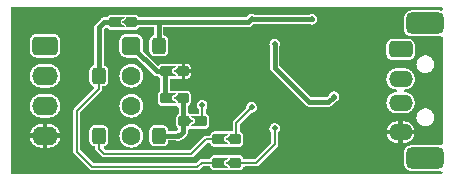
<source format=gbl>
G04*
G04 #@! TF.GenerationSoftware,Altium Limited,Altium Designer,24.1.2 (44)*
G04*
G04 Layer_Physical_Order=2*
G04 Layer_Color=11436288*
%FSLAX25Y25*%
%MOIN*%
G70*
G04*
G04 #@! TF.SameCoordinates,EE77DEAB-9AB2-494E-AFD2-A50B0434E7B8*
G04*
G04*
G04 #@! TF.FilePolarity,Positive*
G04*
G01*
G75*
%ADD11C,0.00787*%
%ADD46C,0.01575*%
%ADD47O,0.08661X0.06299*%
G04:AMPARAMS|DCode=48|XSize=62.99mil|YSize=86.61mil|CornerRadius=15.75mil|HoleSize=0mil|Usage=FLASHONLY|Rotation=270.000|XOffset=0mil|YOffset=0mil|HoleType=Round|Shape=RoundedRectangle|*
%AMROUNDEDRECTD48*
21,1,0.06299,0.05512,0,0,270.0*
21,1,0.03150,0.08661,0,0,270.0*
1,1,0.03150,-0.02756,-0.01575*
1,1,0.03150,-0.02756,0.01575*
1,1,0.03150,0.02756,0.01575*
1,1,0.03150,0.02756,-0.01575*
%
%ADD48ROUNDEDRECTD48*%
%ADD49C,0.06299*%
G04:AMPARAMS|DCode=50|XSize=62.99mil|YSize=62.99mil|CornerRadius=15.75mil|HoleSize=0mil|Usage=FLASHONLY|Rotation=0.000|XOffset=0mil|YOffset=0mil|HoleType=Round|Shape=RoundedRectangle|*
%AMROUNDEDRECTD50*
21,1,0.06299,0.03150,0,0,0.0*
21,1,0.03150,0.06299,0,0,0.0*
1,1,0.03150,0.01575,-0.01575*
1,1,0.03150,-0.01575,-0.01575*
1,1,0.03150,-0.01575,0.01575*
1,1,0.03150,0.01575,0.01575*
%
%ADD50ROUNDEDRECTD50*%
G04:AMPARAMS|DCode=51|XSize=47.24mil|YSize=55.12mil|CornerRadius=11.81mil|HoleSize=0mil|Usage=FLASHONLY|Rotation=0.000|XOffset=0mil|YOffset=0mil|HoleType=Round|Shape=RoundedRectangle|*
%AMROUNDEDRECTD51*
21,1,0.04724,0.03150,0,0,0.0*
21,1,0.02362,0.05512,0,0,0.0*
1,1,0.02362,0.01181,-0.01575*
1,1,0.02362,-0.01181,-0.01575*
1,1,0.02362,-0.01181,0.01575*
1,1,0.02362,0.01181,0.01575*
%
%ADD51ROUNDEDRECTD51*%
G04:AMPARAMS|DCode=52|XSize=70.87mil|YSize=125.98mil|CornerRadius=17.72mil|HoleSize=0mil|Usage=FLASHONLY|Rotation=270.000|XOffset=0mil|YOffset=0mil|HoleType=Round|Shape=RoundedRectangle|*
%AMROUNDEDRECTD52*
21,1,0.07087,0.09055,0,0,270.0*
21,1,0.03543,0.12598,0,0,270.0*
1,1,0.03543,-0.04528,-0.01772*
1,1,0.03543,-0.04528,0.01772*
1,1,0.03543,0.04528,0.01772*
1,1,0.03543,0.04528,-0.01772*
%
%ADD52ROUNDEDRECTD52*%
%ADD53O,0.07874X0.05512*%
G04:AMPARAMS|DCode=54|XSize=55.12mil|YSize=78.74mil|CornerRadius=13.78mil|HoleSize=0mil|Usage=FLASHONLY|Rotation=90.000|XOffset=0mil|YOffset=0mil|HoleType=Round|Shape=RoundedRectangle|*
%AMROUNDEDRECTD54*
21,1,0.05512,0.05118,0,0,90.0*
21,1,0.02756,0.07874,0,0,90.0*
1,1,0.02756,0.02559,0.01378*
1,1,0.02756,0.02559,-0.01378*
1,1,0.02756,-0.02559,-0.01378*
1,1,0.02756,-0.02559,0.01378*
%
%ADD54ROUNDEDRECTD54*%
%ADD55C,0.01968*%
%AMCUSTOMSHAPE56*
4,1,10,-0.01850,0.01142,-0.03386,0.00079,-0.03386,-0.00079,-0.01850,-0.01142,-0.01850,-0.01772,0.01102,-0.01772,0.01614,-0.01260,0.01614,0.01260,0.01102,0.01772,-0.01850,0.01772,-0.01850,0.01142,0.0*%
%ADD56CUSTOMSHAPE56*%

%AMCUSTOMSHAPE57*
4,1,12,-0.01575,-0.01299,-0.01102,-0.01772,0.02165,-0.01772,0.03780,-0.01772,0.03780,-0.01496,0.02244,-0.00433,0.02244,0.00433,0.03780,0.01496,0.03780,0.01772,0.02165,0.01772,-0.01102,0.01772,-0.01575,0.01299,-0.01575,-0.01299,0.0*%
%ADD57CUSTOMSHAPE57*%

%AMCUSTOMSHAPE58*
4,1,12,0.01575,0.01299,0.01102,0.01772,-0.02165,0.01772,-0.03780,0.01772,-0.03780,0.01496,-0.02244,0.00433,-0.02244,-0.00433,-0.03780,-0.01496,-0.03780,-0.01772,-0.02165,-0.01772,0.01102,-0.01772,0.01575,-0.01299,0.01575,0.01299,0.0*%
%ADD58CUSTOMSHAPE58*%

%AMCUSTOMSHAPE59*
4,1,10,0.01850,-0.01142,0.03386,-0.00079,0.03386,0.00079,0.01850,0.01142,0.01850,0.01772,-0.01102,0.01772,-0.01614,0.01260,-0.01614,-0.01260,-0.01102,-0.01772,0.01850,-0.01772,0.01850,-0.01142,0.0*%
%ADD59CUSTOMSHAPE59*%

G36*
X145592Y56688D02*
X145590Y56662D01*
X145373Y56478D01*
X144882Y56230D01*
X144791Y56253D01*
X144543Y56290D01*
X144291Y56302D01*
X135236D01*
X134985Y56290D01*
X134736Y56253D01*
X134493Y56192D01*
X134256Y56107D01*
X134028Y56000D01*
X133813Y55870D01*
X133611Y55721D01*
X133424Y55552D01*
X133256Y55366D01*
X133106Y55164D01*
X132977Y54948D01*
X132869Y54721D01*
X132784Y54484D01*
X132723Y54240D01*
X132686Y53991D01*
X132674Y53740D01*
Y50197D01*
X132686Y49946D01*
X132723Y49697D01*
X132784Y49453D01*
X132869Y49216D01*
X132977Y48989D01*
X133106Y48773D01*
X133256Y48571D01*
X133424Y48385D01*
X133611Y48216D01*
X133813Y48066D01*
X134028Y47937D01*
X134256Y47830D01*
X134493Y47745D01*
X134736Y47684D01*
X134985Y47647D01*
X135236Y47635D01*
X144291D01*
X144543Y47647D01*
X144791Y47684D01*
X144882Y47707D01*
X145373Y47459D01*
X145599Y47268D01*
X145669Y47147D01*
Y11908D01*
X145599Y11787D01*
X145373Y11596D01*
X144882Y11349D01*
X144791Y11371D01*
X144543Y11408D01*
X144291Y11420D01*
X135236D01*
X134985Y11408D01*
X134736Y11371D01*
X134493Y11310D01*
X134256Y11225D01*
X134028Y11118D01*
X133813Y10989D01*
X133611Y10839D01*
X133424Y10670D01*
X133256Y10484D01*
X133106Y10282D01*
X132977Y10066D01*
X132869Y9839D01*
X132784Y9602D01*
X132723Y9358D01*
X132686Y9109D01*
X132674Y8858D01*
Y5315D01*
X132686Y5064D01*
X132723Y4815D01*
X132784Y4571D01*
X132869Y4335D01*
X132977Y4107D01*
X133106Y3892D01*
X133256Y3690D01*
X133424Y3503D01*
X133611Y3334D01*
X133813Y3185D01*
X134028Y3055D01*
X134256Y2948D01*
X134493Y2863D01*
X134736Y2802D01*
X134985Y2765D01*
X135236Y2753D01*
X144291D01*
X144543Y2765D01*
X144791Y2802D01*
X144882Y2825D01*
X145373Y2577D01*
X145590Y2393D01*
X145592Y2367D01*
X145334Y1606D01*
X1606Y1606D01*
Y57450D01*
X145334D01*
X145592Y56688D01*
D02*
G37*
%LPC*%
G36*
X102085Y55118D02*
X101852D01*
X101622Y55088D01*
X101398Y55028D01*
X101183Y54939D01*
X101159Y54925D01*
X82700D01*
X82675Y54939D01*
X82460Y55028D01*
X82236Y55088D01*
X82006Y55118D01*
X81774D01*
X81543Y55088D01*
X81319Y55028D01*
X81104Y54939D01*
X80903Y54823D01*
X80719Y54681D01*
X80555Y54517D01*
X80414Y54333D01*
X80297Y54132D01*
X80270Y54065D01*
X80145Y53940D01*
X44423D01*
X44359Y54062D01*
X44260Y54181D01*
X43749Y54693D01*
X43629Y54792D01*
X43492Y54865D01*
X43343Y54910D01*
X43189Y54925D01*
X40236D01*
X40082Y54910D01*
X39933Y54865D01*
X39921Y54858D01*
X39909Y54865D01*
X39761Y54910D01*
X39606Y54925D01*
X34724D01*
X34570Y54910D01*
X34422Y54865D01*
X34285Y54792D01*
X34165Y54693D01*
X33692Y54221D01*
X33594Y54101D01*
X33521Y53964D01*
X33514Y53940D01*
X32677D01*
X32471Y53927D01*
X32269Y53887D01*
X32073Y53820D01*
X31888Y53729D01*
X31716Y53614D01*
X31561Y53478D01*
X29829Y51746D01*
X29693Y51591D01*
X29578Y51419D01*
X29487Y51234D01*
X29421Y51038D01*
X29380Y50836D01*
X29367Y50630D01*
Y38032D01*
X29325Y38025D01*
X29113Y37963D01*
X28908Y37879D01*
X28715Y37772D01*
X28534Y37644D01*
X28370Y37497D01*
X28222Y37332D01*
X28094Y37151D01*
X27987Y36958D01*
X27903Y36753D01*
X27842Y36541D01*
X27805Y36323D01*
X27792Y36102D01*
Y32953D01*
X27805Y32732D01*
X27842Y32514D01*
X27903Y32302D01*
X27987Y32097D01*
X28094Y31904D01*
X28222Y31723D01*
X28370Y31559D01*
X28534Y31411D01*
X28715Y31283D01*
X28908Y31176D01*
X29113Y31092D01*
X29335Y30528D01*
X29341Y30229D01*
X22784Y23672D01*
X22664Y23531D01*
X22566Y23372D01*
X22495Y23201D01*
X22452Y23020D01*
X22437Y22835D01*
Y9252D01*
X22452Y9067D01*
X22495Y8886D01*
X22566Y8714D01*
X22664Y8556D01*
X22784Y8414D01*
X27902Y3296D01*
X28044Y3175D01*
X28202Y3078D01*
X28374Y3007D01*
X28555Y2964D01*
X28740Y2949D01*
X63779D01*
X63965Y2964D01*
X64146Y3007D01*
X64317Y3078D01*
X64476Y3175D01*
X64617Y3296D01*
X65648Y4327D01*
X68106D01*
Y4213D01*
X68122Y4058D01*
X68167Y3910D01*
X68240Y3773D01*
X68338Y3653D01*
X68811Y3181D01*
X68931Y3082D01*
X69067Y3009D01*
X69216Y2964D01*
X69370Y2949D01*
X74252D01*
X74406Y2964D01*
X74555Y3009D01*
X74567Y3016D01*
X74579Y3009D01*
X74727Y2964D01*
X74882Y2949D01*
X77835D01*
X77989Y2964D01*
X78137Y3009D01*
X78274Y3082D01*
X78394Y3181D01*
X78906Y3692D01*
X79004Y3812D01*
X79077Y3949D01*
X79123Y4098D01*
X79138Y4252D01*
X79894Y4327D01*
X83465D01*
X83650Y4342D01*
X83831Y4385D01*
X84002Y4456D01*
X84161Y4553D01*
X84302Y4674D01*
X90405Y10776D01*
X90525Y10918D01*
X90623Y11076D01*
X90694Y11248D01*
X90737Y11429D01*
X90752Y11614D01*
Y15608D01*
X90902Y15758D01*
X91043Y15943D01*
X91159Y16144D01*
X91248Y16358D01*
X91308Y16583D01*
X91339Y16813D01*
Y17045D01*
X91308Y17276D01*
X91248Y17500D01*
X91159Y17714D01*
X91043Y17916D01*
X90902Y18100D01*
X90738Y18264D01*
X90553Y18405D01*
X90352Y18521D01*
X90138Y18610D01*
X89913Y18670D01*
X89683Y18701D01*
X89451D01*
X89221Y18670D01*
X88996Y18610D01*
X88782Y18521D01*
X88581Y18405D01*
X88396Y18264D01*
X88232Y18100D01*
X88091Y17916D01*
X87975Y17714D01*
X87886Y17500D01*
X87826Y17276D01*
X87795Y17045D01*
Y16813D01*
X87826Y16583D01*
X87886Y16358D01*
X87975Y16144D01*
X88091Y15943D01*
X88232Y15758D01*
X88382Y15608D01*
Y12105D01*
X82974Y6697D01*
X79138D01*
Y6772D01*
X79123Y6926D01*
X79077Y7074D01*
X79004Y7211D01*
X78906Y7331D01*
X78394Y7843D01*
X78274Y7941D01*
X78137Y8014D01*
X77989Y8060D01*
X77835Y8075D01*
X74882D01*
X74727Y8060D01*
X74579Y8014D01*
X74567Y8008D01*
X74555Y8014D01*
X74406Y8060D01*
X74252Y8075D01*
X69370D01*
X69216Y8060D01*
X69067Y8014D01*
X68931Y7941D01*
X68811Y7843D01*
X68338Y7371D01*
X68240Y7251D01*
X68167Y7114D01*
X68122Y6965D01*
X68106Y6811D01*
Y6697D01*
X65158D01*
X64972Y6682D01*
X64791Y6639D01*
X64620Y6567D01*
X64461Y6470D01*
X64320Y6350D01*
X63289Y5319D01*
X29231D01*
X24807Y9743D01*
Y22344D01*
X31783Y29320D01*
X31903Y29461D01*
X32000Y29620D01*
X32072Y29791D01*
X32115Y29972D01*
X32130Y30158D01*
Y30981D01*
X32347Y30994D01*
X32565Y31031D01*
X32777Y31092D01*
X32981Y31176D01*
X33175Y31283D01*
X33355Y31411D01*
X33520Y31559D01*
X33667Y31723D01*
X33795Y31904D01*
X33902Y32097D01*
X33987Y32302D01*
X34048Y32514D01*
X34085Y32732D01*
X34098Y32953D01*
Y36102D01*
X34085Y36323D01*
X34048Y36541D01*
X33987Y36753D01*
X33902Y36958D01*
X33795Y37151D01*
X33667Y37332D01*
X33520Y37497D01*
X33355Y37644D01*
X33175Y37772D01*
X32981Y37879D01*
X32777Y37963D01*
X32565Y38025D01*
X32523Y38032D01*
Y49976D01*
X32865Y50318D01*
X33026Y50386D01*
X33692Y50503D01*
X34165Y50031D01*
X34285Y49933D01*
X34422Y49860D01*
X34570Y49815D01*
X34724Y49799D01*
X39606D01*
X39761Y49815D01*
X39909Y49860D01*
X39921Y49866D01*
X39933Y49860D01*
X40082Y49815D01*
X40236Y49799D01*
X43189D01*
X43343Y49815D01*
X43492Y49860D01*
X43629Y49933D01*
X43748Y50031D01*
X44260Y50543D01*
X44359Y50663D01*
X44423Y50784D01*
X49327D01*
Y48025D01*
X49325Y48024D01*
X49113Y47963D01*
X48908Y47879D01*
X48715Y47772D01*
X48535Y47644D01*
X48370Y47497D01*
X48222Y47332D01*
X48094Y47151D01*
X47987Y46958D01*
X47903Y46753D01*
X47842Y46541D01*
X47805Y46323D01*
X47792Y46102D01*
Y42953D01*
X47805Y42732D01*
X47842Y42514D01*
X47903Y42302D01*
X47987Y42097D01*
X48094Y41904D01*
X48222Y41723D01*
X48370Y41559D01*
X48535Y41411D01*
X48715Y41283D01*
X48908Y41176D01*
X49113Y41092D01*
X49325Y41031D01*
X49543Y40994D01*
X49764Y40981D01*
X52126D01*
X52347Y40994D01*
X52565Y41031D01*
X52777Y41092D01*
X52981Y41176D01*
X53175Y41283D01*
X53355Y41411D01*
X53520Y41559D01*
X53667Y41723D01*
X53795Y41904D01*
X53902Y42097D01*
X53987Y42302D01*
X54048Y42514D01*
X54085Y42732D01*
X54098Y42953D01*
Y46102D01*
X54085Y46323D01*
X54048Y46541D01*
X53987Y46753D01*
X53902Y46958D01*
X53795Y47151D01*
X53667Y47332D01*
X53520Y47497D01*
X53355Y47644D01*
X53175Y47772D01*
X52981Y47879D01*
X52777Y47963D01*
X52565Y48024D01*
X52484Y48038D01*
Y50784D01*
X80799D01*
X81005Y50797D01*
X81207Y50838D01*
X81403Y50904D01*
X81588Y50995D01*
X81760Y51110D01*
X81915Y51246D01*
X82288Y51619D01*
X82460Y51665D01*
X82675Y51754D01*
X82700Y51768D01*
X101159D01*
X101183Y51754D01*
X101398Y51665D01*
X101622Y51605D01*
X101852Y51575D01*
X102085D01*
X102315Y51605D01*
X102539Y51665D01*
X102754Y51754D01*
X102955Y51870D01*
X103139Y52012D01*
X103303Y52176D01*
X103445Y52360D01*
X103561Y52561D01*
X103650Y52776D01*
X103710Y53000D01*
X103740Y53230D01*
Y53463D01*
X103710Y53693D01*
X103650Y53917D01*
X103561Y54132D01*
X103445Y54333D01*
X103303Y54517D01*
X103139Y54681D01*
X102955Y54823D01*
X102754Y54939D01*
X102539Y55028D01*
X102315Y55088D01*
X102085Y55118D01*
D02*
G37*
G36*
X15748Y48468D02*
X10236D01*
X9971Y48453D01*
X9710Y48409D01*
X9455Y48335D01*
X9210Y48234D01*
X8978Y48106D01*
X8761Y47952D01*
X8563Y47775D01*
X8387Y47578D01*
X8233Y47361D01*
X8105Y47129D01*
X8003Y46884D01*
X7930Y46629D01*
X7885Y46367D01*
X7870Y46102D01*
Y42953D01*
X7885Y42688D01*
X7930Y42426D01*
X8003Y42171D01*
X8105Y41926D01*
X8233Y41694D01*
X8387Y41478D01*
X8563Y41280D01*
X8761Y41103D01*
X8978Y40949D01*
X9210Y40821D01*
X9455Y40720D01*
X9710Y40646D01*
X9971Y40602D01*
X10236Y40587D01*
X15748D01*
X16013Y40602D01*
X16274Y40646D01*
X16529Y40720D01*
X16775Y40821D01*
X17007Y40949D01*
X17223Y41103D01*
X17421Y41280D01*
X17598Y41478D01*
X17751Y41694D01*
X17880Y41926D01*
X17981Y42171D01*
X18055Y42426D01*
X18099Y42688D01*
X18114Y42953D01*
Y46102D01*
X18099Y46367D01*
X18055Y46629D01*
X17981Y46884D01*
X17880Y47129D01*
X17751Y47361D01*
X17598Y47578D01*
X17421Y47775D01*
X17223Y47952D01*
X17007Y48106D01*
X16775Y48234D01*
X16529Y48335D01*
X16274Y48409D01*
X16013Y48453D01*
X15748Y48468D01*
D02*
G37*
G36*
X134055Y46854D02*
X128937D01*
X128694Y46840D01*
X128454Y46799D01*
X128221Y46732D01*
X127996Y46639D01*
X127783Y46521D01*
X127585Y46381D01*
X127403Y46219D01*
X127241Y46037D01*
X127101Y45839D01*
X126983Y45626D01*
X126890Y45401D01*
X126823Y45168D01*
X126782Y44928D01*
X126768Y44685D01*
Y41929D01*
X126782Y41686D01*
X126823Y41447D01*
X126890Y41213D01*
X126983Y40988D01*
X127101Y40775D01*
X127241Y40577D01*
X127403Y40396D01*
X127585Y40233D01*
X127783Y40093D01*
X127996Y39975D01*
X128221Y39882D01*
X128454Y39815D01*
X128694Y39774D01*
X128937Y39760D01*
X134055D01*
X134298Y39774D01*
X134538Y39815D01*
X134771Y39882D01*
X134996Y39975D01*
X135209Y40093D01*
X135407Y40233D01*
X135589Y40396D01*
X135751Y40577D01*
X135891Y40775D01*
X136009Y40988D01*
X136102Y41213D01*
X136170Y41447D01*
X136210Y41686D01*
X136224Y41929D01*
Y44685D01*
X136210Y44928D01*
X136170Y45168D01*
X136102Y45401D01*
X136009Y45626D01*
X135891Y45839D01*
X135751Y46037D01*
X135589Y46219D01*
X135407Y46381D01*
X135209Y46521D01*
X134996Y46639D01*
X134771Y46732D01*
X134538Y46799D01*
X134298Y46840D01*
X134055Y46854D01*
D02*
G37*
G36*
X60315Y38587D02*
X59803D01*
Y36614D01*
X61618D01*
Y37284D01*
X61603Y37438D01*
X61558Y37586D01*
X61485Y37723D01*
X61386Y37843D01*
X60874Y38355D01*
X60755Y38453D01*
X60618Y38526D01*
X60469Y38571D01*
X60315Y38587D01*
D02*
G37*
G36*
X139909Y41339D02*
X139619D01*
X139330Y41310D01*
X139046Y41254D01*
X138768Y41169D01*
X138500Y41058D01*
X138244Y40922D01*
X138003Y40760D01*
X137778Y40576D01*
X137573Y40371D01*
X137389Y40147D01*
X137228Y39906D01*
X137091Y39650D01*
X136980Y39382D01*
X136896Y39104D01*
X136839Y38820D01*
X136811Y38531D01*
Y38241D01*
X136839Y37952D01*
X136896Y37668D01*
X136980Y37390D01*
X137091Y37122D01*
X137228Y36866D01*
X137389Y36625D01*
X137573Y36400D01*
X137778Y36195D01*
X138003Y36011D01*
X138244Y35850D01*
X138500Y35713D01*
X138768Y35602D01*
X139046Y35518D01*
X139330Y35462D01*
X139619Y35433D01*
X139909D01*
X140198Y35462D01*
X140482Y35518D01*
X140760Y35602D01*
X141028Y35713D01*
X141284Y35850D01*
X141525Y36011D01*
X141749Y36195D01*
X141954Y36400D01*
X142138Y36625D01*
X142299Y36866D01*
X142436Y37122D01*
X142547Y37390D01*
X142631Y37668D01*
X142688Y37952D01*
X142717Y38241D01*
Y38531D01*
X142688Y38820D01*
X142631Y39104D01*
X142547Y39382D01*
X142436Y39650D01*
X142299Y39906D01*
X142138Y40147D01*
X141954Y40371D01*
X141749Y40576D01*
X141525Y40760D01*
X141284Y40922D01*
X141028Y41058D01*
X140760Y41169D01*
X140482Y41254D01*
X140198Y41310D01*
X139909Y41339D01*
D02*
G37*
G36*
X61618Y35433D02*
X59803D01*
Y33461D01*
X60315D01*
X60469Y33476D01*
X60618Y33521D01*
X60755Y33594D01*
X60874Y33692D01*
X61386Y34204D01*
X61485Y34324D01*
X61558Y34461D01*
X61603Y34609D01*
X61618Y34764D01*
Y35433D01*
D02*
G37*
G36*
X43307Y48469D02*
X40157D01*
X39893Y48454D01*
X39631Y48410D01*
X39376Y48336D01*
X39131Y48235D01*
X38899Y48106D01*
X38682Y47953D01*
X38484Y47776D01*
X38308Y47578D01*
X38154Y47362D01*
X38026Y47129D01*
X37924Y46884D01*
X37851Y46630D01*
X37806Y46368D01*
X37792Y46103D01*
Y42953D01*
X37806Y42689D01*
X37851Y42427D01*
X37924Y42172D01*
X38026Y41927D01*
X38154Y41695D01*
X38308Y41478D01*
X38484Y41280D01*
X38682Y41104D01*
X38899Y40950D01*
X39131Y40822D01*
X39376Y40720D01*
X39631Y40647D01*
X39893Y40602D01*
X40157Y40587D01*
X43307D01*
X43434Y40595D01*
X49121Y34908D01*
X49276Y34772D01*
X49448Y34657D01*
X49633Y34566D01*
X49828Y34499D01*
X50031Y34459D01*
X50237Y34445D01*
X50640D01*
X50647Y34422D01*
X50720Y34285D01*
X50819Y34165D01*
X51291Y33692D01*
X51375Y33624D01*
Y29368D01*
X51291Y29300D01*
X50819Y28827D01*
X50720Y28707D01*
X50647Y28571D01*
X50602Y28422D01*
X50587Y28268D01*
Y25669D01*
X50602Y25515D01*
X50647Y25367D01*
X50720Y25230D01*
X50819Y25110D01*
X51291Y24637D01*
X51411Y24539D01*
X51548Y24466D01*
X51696Y24421D01*
X51850Y24406D01*
X56732D01*
X57250Y24131D01*
X57458Y23966D01*
X57516Y23897D01*
Y21691D01*
X57433Y21622D01*
X56921Y21111D01*
X56822Y20991D01*
X56749Y20854D01*
X56704Y20706D01*
X56689Y20551D01*
Y18032D01*
X56704Y17877D01*
X56749Y17729D01*
X56822Y17592D01*
X56921Y17472D01*
X57267Y17126D01*
X57213Y16697D01*
X57167Y16581D01*
X56979Y16314D01*
X56937Y16308D01*
X56713Y16248D01*
X56498Y16159D01*
X56420Y16114D01*
X54097D01*
X54085Y16323D01*
X54048Y16541D01*
X53987Y16754D01*
X53902Y16958D01*
X53795Y17151D01*
X53667Y17332D01*
X53520Y17496D01*
X53355Y17644D01*
X53175Y17772D01*
X52981Y17879D01*
X52777Y17963D01*
X52565Y18024D01*
X52347Y18062D01*
X52126Y18074D01*
X49764D01*
X49543Y18062D01*
X49325Y18024D01*
X49113Y17963D01*
X48908Y17879D01*
X48715Y17772D01*
X48535Y17644D01*
X48370Y17496D01*
X48222Y17332D01*
X48094Y17151D01*
X47987Y16958D01*
X47903Y16754D01*
X47842Y16541D01*
X47805Y16323D01*
X47792Y16102D01*
Y12953D01*
X47805Y12732D01*
X47842Y12514D01*
X47903Y12302D01*
X47987Y12097D01*
X48094Y11904D01*
X48222Y11723D01*
X48370Y11559D01*
X48535Y11411D01*
X48715Y11283D01*
X48908Y11176D01*
X49113Y11092D01*
X49325Y11031D01*
X49543Y10994D01*
X49764Y10981D01*
X52126D01*
X52347Y10994D01*
X52565Y11031D01*
X52777Y11092D01*
X52981Y11176D01*
X53175Y11283D01*
X53355Y11411D01*
X53520Y11559D01*
X53667Y11723D01*
X53795Y11904D01*
X53902Y12097D01*
X53987Y12302D01*
X54048Y12514D01*
X54085Y12732D01*
X54098Y12953D01*
Y12958D01*
X56539D01*
X56713Y12886D01*
X56937Y12826D01*
X57167Y12795D01*
X57400D01*
X57630Y12826D01*
X57854Y12886D01*
X58069Y12975D01*
X58270Y13091D01*
X58287Y13104D01*
X58358Y13118D01*
X58553Y13184D01*
X58738Y13275D01*
X58910Y13390D01*
X59065Y13526D01*
X60210Y14671D01*
X60347Y14827D01*
X60461Y14998D01*
X60553Y15183D01*
X60619Y15379D01*
X60659Y15581D01*
X60673Y15787D01*
Y16340D01*
X61410Y16738D01*
X61455Y16740D01*
X61575Y16728D01*
X66457D01*
X66611Y16744D01*
X66760Y16789D01*
X66896Y16862D01*
X67016Y16960D01*
X67489Y17433D01*
X67587Y17553D01*
X67660Y17689D01*
X67705Y17838D01*
X67720Y17992D01*
Y20591D01*
X67705Y20745D01*
X67660Y20893D01*
X67587Y21030D01*
X67489Y21150D01*
X67016Y21622D01*
X66896Y21721D01*
X66760Y21794D01*
X66611Y21839D01*
X66539Y21846D01*
Y23286D01*
X66689Y23436D01*
X66831Y23620D01*
X66947Y23821D01*
X67036Y24036D01*
X67096Y24260D01*
X67126Y24490D01*
Y24722D01*
X67096Y24953D01*
X67036Y25177D01*
X66947Y25392D01*
X66831Y25593D01*
X66689Y25777D01*
X66525Y25941D01*
X66341Y26083D01*
X66140Y26199D01*
X65925Y26287D01*
X65701Y26348D01*
X65470Y26378D01*
X65238D01*
X65008Y26348D01*
X64784Y26287D01*
X64569Y26199D01*
X64368Y26083D01*
X64184Y25941D01*
X64020Y25777D01*
X63878Y25593D01*
X63762Y25392D01*
X63673Y25177D01*
X63613Y24953D01*
X63583Y24722D01*
Y24490D01*
X63613Y24260D01*
X63673Y24036D01*
X63762Y23821D01*
X63878Y23620D01*
X64020Y23436D01*
X64170Y23286D01*
Y21854D01*
X61575D01*
X61455Y21842D01*
X61410Y21845D01*
X60673Y22243D01*
Y24495D01*
X60755Y24539D01*
X60874Y24637D01*
X61386Y25149D01*
X61485Y25269D01*
X61558Y25406D01*
X61603Y25554D01*
X61618Y25709D01*
Y28228D01*
X61603Y28383D01*
X61558Y28531D01*
X61485Y28668D01*
X61386Y28788D01*
X60874Y29300D01*
X60755Y29398D01*
X60618Y29471D01*
X60469Y29516D01*
X60315Y29531D01*
X57362D01*
X57208Y29516D01*
X57059Y29471D01*
X57047Y29465D01*
X57035Y29471D01*
X56887Y29516D01*
X56732Y29531D01*
X54531D01*
Y33461D01*
X56732D01*
X56887Y33476D01*
X57035Y33521D01*
X57047Y33527D01*
X57059Y33521D01*
X57208Y33476D01*
X57362Y33461D01*
X58622D01*
Y36024D01*
Y38587D01*
X57362D01*
X57208Y38571D01*
X57059Y38526D01*
X57047Y38520D01*
X57035Y38526D01*
X56887Y38571D01*
X56732Y38587D01*
X51850D01*
X51696Y38571D01*
X51548Y38526D01*
X51411Y38453D01*
X51291Y38355D01*
X50819Y37882D01*
X50620Y37872D01*
X45666Y42827D01*
X45673Y42953D01*
Y46103D01*
X45658Y46368D01*
X45614Y46630D01*
X45540Y46884D01*
X45439Y47129D01*
X45310Y47362D01*
X45157Y47578D01*
X44980Y47776D01*
X44782Y47953D01*
X44566Y48106D01*
X44334Y48235D01*
X44089Y48336D01*
X43834Y48410D01*
X43572Y48454D01*
X43307Y48469D01*
D02*
G37*
G36*
X41904Y38465D02*
X41560D01*
X41218Y38435D01*
X40879Y38375D01*
X40547Y38287D01*
X40224Y38169D01*
X39913Y38024D01*
X39615Y37852D01*
X39333Y37655D01*
X39070Y37434D01*
X38827Y37190D01*
X38606Y36927D01*
X38409Y36646D01*
X38237Y36348D01*
X38091Y36036D01*
X37974Y35713D01*
X37885Y35381D01*
X37825Y35043D01*
X37795Y34700D01*
Y34356D01*
X37825Y34014D01*
X37885Y33675D01*
X37974Y33343D01*
X38091Y33020D01*
X38237Y32709D01*
X38409Y32411D01*
X38606Y32129D01*
X38827Y31866D01*
X39070Y31623D01*
X39333Y31402D01*
X39615Y31205D01*
X39913Y31033D01*
X40224Y30887D01*
X40547Y30770D01*
X40879Y30681D01*
X41218Y30621D01*
X41560Y30591D01*
X41904D01*
X42247Y30621D01*
X42585Y30681D01*
X42917Y30770D01*
X43240Y30887D01*
X43552Y31033D01*
X43850Y31205D01*
X44131Y31402D01*
X44395Y31623D01*
X44638Y31866D01*
X44859Y32129D01*
X45056Y32411D01*
X45228Y32709D01*
X45373Y33020D01*
X45491Y33343D01*
X45580Y33675D01*
X45639Y34014D01*
X45669Y34356D01*
Y34700D01*
X45639Y35043D01*
X45580Y35381D01*
X45491Y35713D01*
X45373Y36036D01*
X45228Y36348D01*
X45056Y36646D01*
X44859Y36927D01*
X44638Y37190D01*
X44395Y37434D01*
X44131Y37655D01*
X43850Y37852D01*
X43552Y38024D01*
X43240Y38169D01*
X42917Y38287D01*
X42585Y38375D01*
X42247Y38435D01*
X41904Y38465D01*
D02*
G37*
G36*
X14173Y38468D02*
X11811D01*
X11468Y38453D01*
X11127Y38408D01*
X10791Y38334D01*
X10463Y38231D01*
X10146Y38099D01*
X9841Y37940D01*
X9551Y37756D01*
X9278Y37546D01*
X9025Y37314D01*
X8792Y37061D01*
X8583Y36788D01*
X8398Y36498D01*
X8240Y36193D01*
X8108Y35875D01*
X8004Y35548D01*
X7930Y35212D01*
X7885Y34871D01*
X7870Y34528D01*
X7885Y34184D01*
X7930Y33843D01*
X8004Y33508D01*
X8108Y33180D01*
X8240Y32862D01*
X8398Y32557D01*
X8583Y32267D01*
X8792Y31995D01*
X9025Y31741D01*
X9278Y31509D01*
X9551Y31299D01*
X9841Y31115D01*
X10146Y30956D01*
X10463Y30825D01*
X10791Y30721D01*
X11127Y30647D01*
X11468Y30602D01*
X11811Y30587D01*
X14173D01*
X14517Y30602D01*
X14857Y30647D01*
X15193Y30721D01*
X15521Y30825D01*
X15839Y30956D01*
X16144Y31115D01*
X16433Y31299D01*
X16706Y31509D01*
X16960Y31741D01*
X17192Y31995D01*
X17401Y32267D01*
X17586Y32557D01*
X17745Y32862D01*
X17876Y33180D01*
X17980Y33508D01*
X18054Y33843D01*
X18099Y34184D01*
X18114Y34528D01*
X18099Y34871D01*
X18054Y35212D01*
X17980Y35548D01*
X17876Y35875D01*
X17745Y36193D01*
X17586Y36498D01*
X17401Y36788D01*
X17192Y37061D01*
X16960Y37314D01*
X16706Y37546D01*
X16433Y37756D01*
X16144Y37940D01*
X15839Y38099D01*
X15521Y38231D01*
X15193Y38334D01*
X14857Y38408D01*
X14517Y38453D01*
X14173Y38468D01*
D02*
G37*
G36*
X89683Y46850D02*
X89451D01*
X89221Y46820D01*
X88996Y46760D01*
X88782Y46671D01*
X88581Y46555D01*
X88396Y46414D01*
X88232Y46249D01*
X88091Y46065D01*
X87975Y45864D01*
X87886Y45649D01*
X87826Y45425D01*
X87795Y45195D01*
Y44963D01*
X87826Y44732D01*
X87886Y44508D01*
X87975Y44293D01*
X87989Y44269D01*
Y37205D01*
X88002Y36999D01*
X88042Y36796D01*
X88109Y36601D01*
X88200Y36416D01*
X88315Y36244D01*
X88451Y36089D01*
X99868Y24671D01*
X100023Y24535D01*
X100195Y24421D01*
X100380Y24329D01*
X100576Y24263D01*
X100778Y24223D01*
X100984Y24209D01*
X107480D01*
X107686Y24223D01*
X107889Y24263D01*
X108084Y24329D01*
X108269Y24421D01*
X108441Y24535D01*
X108596Y24671D01*
X109795Y25870D01*
X109823Y25878D01*
X110037Y25967D01*
X110238Y26083D01*
X110423Y26224D01*
X110587Y26388D01*
X110728Y26573D01*
X110844Y26774D01*
X110933Y26988D01*
X110993Y27213D01*
X111024Y27443D01*
Y27675D01*
X110993Y27905D01*
X110933Y28130D01*
X110844Y28344D01*
X110728Y28545D01*
X110587Y28730D01*
X110423Y28894D01*
X110238Y29035D01*
X110037Y29151D01*
X109823Y29240D01*
X109598Y29300D01*
X109368Y29331D01*
X109136D01*
X108906Y29300D01*
X108681Y29240D01*
X108467Y29151D01*
X108266Y29035D01*
X108081Y28894D01*
X107917Y28730D01*
X107776Y28545D01*
X107660Y28344D01*
X107571Y28130D01*
X107563Y28102D01*
X106827Y27366D01*
X101638D01*
X91145Y37858D01*
Y44269D01*
X91159Y44293D01*
X91248Y44508D01*
X91308Y44732D01*
X91339Y44963D01*
Y45195D01*
X91308Y45425D01*
X91248Y45649D01*
X91159Y45864D01*
X91043Y46065D01*
X90902Y46249D01*
X90738Y46414D01*
X90553Y46555D01*
X90352Y46671D01*
X90138Y46760D01*
X89913Y46820D01*
X89683Y46850D01*
D02*
G37*
G36*
X132677Y37011D02*
X130315D01*
X130006Y36998D01*
X129699Y36957D01*
X129397Y36890D01*
X129102Y36797D01*
X128816Y36679D01*
X128542Y36536D01*
X128281Y36370D01*
X128035Y36182D01*
X127807Y35972D01*
X127598Y35744D01*
X127410Y35499D01*
X127243Y35238D01*
X127101Y34964D01*
X126982Y34678D01*
X126889Y34383D01*
X126822Y34080D01*
X126782Y33774D01*
X126768Y33465D01*
X126782Y33156D01*
X126822Y32849D01*
X126889Y32547D01*
X126982Y32252D01*
X127101Y31966D01*
X127243Y31691D01*
X127410Y31430D01*
X127598Y31185D01*
X127807Y30957D01*
X128035Y30748D01*
X128281Y30559D01*
X128542Y30393D01*
X128816Y30250D01*
X129102Y30132D01*
X129397Y30039D01*
X129699Y29972D01*
X130006Y29931D01*
X130229Y29922D01*
Y29133D01*
X130006Y29124D01*
X129699Y29083D01*
X129397Y29016D01*
X129102Y28923D01*
X128816Y28805D01*
X128542Y28662D01*
X128281Y28496D01*
X128035Y28308D01*
X127807Y28098D01*
X127598Y27870D01*
X127410Y27625D01*
X127243Y27364D01*
X127101Y27089D01*
X126982Y26804D01*
X126889Y26509D01*
X126822Y26206D01*
X126782Y25900D01*
X126768Y25591D01*
X126782Y25281D01*
X126822Y24975D01*
X126889Y24673D01*
X126982Y24377D01*
X127101Y24092D01*
X127243Y23817D01*
X127410Y23556D01*
X127598Y23311D01*
X127807Y23083D01*
X128035Y22874D01*
X128281Y22685D01*
X128542Y22519D01*
X128816Y22376D01*
X129102Y22258D01*
X129397Y22165D01*
X129699Y22098D01*
X130006Y22057D01*
X130315Y22044D01*
X132677D01*
X132986Y22057D01*
X133293Y22098D01*
X133595Y22165D01*
X133890Y22258D01*
X134176Y22376D01*
X134450Y22519D01*
X134712Y22685D01*
X134957Y22874D01*
X135185Y23083D01*
X135394Y23311D01*
X135582Y23556D01*
X135749Y23817D01*
X135892Y24092D01*
X136010Y24377D01*
X136103Y24673D01*
X136170Y24975D01*
X136210Y25281D01*
X136224Y25591D01*
X136210Y25900D01*
X136170Y26206D01*
X136103Y26509D01*
X136010Y26804D01*
X135892Y27089D01*
X135749Y27364D01*
X135582Y27625D01*
X135394Y27870D01*
X135185Y28098D01*
X134957Y28308D01*
X134712Y28496D01*
X134450Y28662D01*
X134176Y28805D01*
X133890Y28923D01*
X133595Y29016D01*
X133293Y29083D01*
X132986Y29124D01*
X132763Y29133D01*
Y29922D01*
X132986Y29931D01*
X133293Y29972D01*
X133595Y30039D01*
X133890Y30132D01*
X134176Y30250D01*
X134450Y30393D01*
X134712Y30559D01*
X134957Y30748D01*
X135185Y30957D01*
X135394Y31185D01*
X135582Y31430D01*
X135749Y31691D01*
X135892Y31966D01*
X136010Y32252D01*
X136103Y32547D01*
X136170Y32849D01*
X136210Y33156D01*
X136224Y33465D01*
X136210Y33774D01*
X136170Y34080D01*
X136103Y34383D01*
X136010Y34678D01*
X135892Y34964D01*
X135749Y35238D01*
X135582Y35499D01*
X135394Y35744D01*
X135185Y35972D01*
X134957Y36182D01*
X134712Y36370D01*
X134450Y36536D01*
X134176Y36679D01*
X133890Y36797D01*
X133595Y36890D01*
X133293Y36957D01*
X132986Y36998D01*
X132677Y37011D01*
D02*
G37*
G36*
X41904Y28465D02*
X41560D01*
X41218Y28435D01*
X40879Y28376D01*
X40547Y28287D01*
X40224Y28169D01*
X39913Y28024D01*
X39615Y27852D01*
X39333Y27655D01*
X39070Y27434D01*
X38827Y27191D01*
X38606Y26927D01*
X38409Y26646D01*
X38237Y26348D01*
X38091Y26036D01*
X37974Y25713D01*
X37885Y25381D01*
X37825Y25043D01*
X37795Y24700D01*
Y24356D01*
X37825Y24014D01*
X37885Y23675D01*
X37974Y23343D01*
X38091Y23020D01*
X38237Y22709D01*
X38409Y22411D01*
X38606Y22129D01*
X38827Y21866D01*
X39070Y21623D01*
X39333Y21402D01*
X39615Y21205D01*
X39913Y21033D01*
X40224Y20887D01*
X40547Y20770D01*
X40879Y20681D01*
X41218Y20621D01*
X41560Y20591D01*
X41904D01*
X42247Y20621D01*
X42585Y20681D01*
X42917Y20770D01*
X43240Y20887D01*
X43552Y21033D01*
X43850Y21205D01*
X44131Y21402D01*
X44395Y21623D01*
X44638Y21866D01*
X44859Y22129D01*
X45056Y22411D01*
X45228Y22709D01*
X45373Y23020D01*
X45491Y23343D01*
X45580Y23675D01*
X45639Y24014D01*
X45669Y24356D01*
Y24700D01*
X45639Y25043D01*
X45580Y25381D01*
X45491Y25713D01*
X45373Y26036D01*
X45228Y26348D01*
X45056Y26646D01*
X44859Y26927D01*
X44638Y27191D01*
X44395Y27434D01*
X44131Y27655D01*
X43850Y27852D01*
X43552Y28024D01*
X43240Y28169D01*
X42917Y28287D01*
X42585Y28376D01*
X42247Y28435D01*
X41904Y28465D01*
D02*
G37*
G36*
X14173Y28468D02*
X11811D01*
X11468Y28453D01*
X11127Y28408D01*
X10791Y28334D01*
X10463Y28231D01*
X10146Y28099D01*
X9841Y27940D01*
X9551Y27756D01*
X9278Y27546D01*
X9025Y27314D01*
X8792Y27061D01*
X8583Y26788D01*
X8398Y26498D01*
X8240Y26193D01*
X8108Y25875D01*
X8004Y25548D01*
X7930Y25212D01*
X7885Y24871D01*
X7870Y24528D01*
X7885Y24184D01*
X7930Y23843D01*
X8004Y23508D01*
X8108Y23180D01*
X8240Y22862D01*
X8398Y22557D01*
X8583Y22267D01*
X8792Y21994D01*
X9025Y21741D01*
X9278Y21509D01*
X9551Y21299D01*
X9841Y21115D01*
X10146Y20956D01*
X10463Y20824D01*
X10791Y20721D01*
X11127Y20647D01*
X11468Y20602D01*
X11811Y20587D01*
X14173D01*
X14517Y20602D01*
X14857Y20647D01*
X15193Y20721D01*
X15521Y20824D01*
X15839Y20956D01*
X16144Y21115D01*
X16433Y21299D01*
X16706Y21509D01*
X16960Y21741D01*
X17192Y21994D01*
X17401Y22267D01*
X17586Y22557D01*
X17745Y22862D01*
X17876Y23180D01*
X17980Y23508D01*
X18054Y23843D01*
X18099Y24184D01*
X18114Y24528D01*
X18099Y24871D01*
X18054Y25212D01*
X17980Y25548D01*
X17876Y25875D01*
X17745Y26193D01*
X17586Y26498D01*
X17401Y26788D01*
X17192Y27061D01*
X16960Y27314D01*
X16706Y27546D01*
X16433Y27756D01*
X16144Y27940D01*
X15839Y28099D01*
X15521Y28231D01*
X15193Y28334D01*
X14857Y28408D01*
X14517Y28453D01*
X14173Y28468D01*
D02*
G37*
G36*
X139909Y23622D02*
X139619D01*
X139330Y23594D01*
X139046Y23537D01*
X138768Y23453D01*
X138500Y23342D01*
X138244Y23205D01*
X138003Y23044D01*
X137778Y22860D01*
X137573Y22655D01*
X137389Y22430D01*
X137228Y22189D01*
X137091Y21933D01*
X136980Y21665D01*
X136896Y21388D01*
X136839Y21103D01*
X136811Y20814D01*
Y20524D01*
X136839Y20235D01*
X136896Y19951D01*
X136980Y19673D01*
X137091Y19405D01*
X137228Y19149D01*
X137389Y18908D01*
X137573Y18684D01*
X137778Y18479D01*
X138003Y18295D01*
X138244Y18134D01*
X138500Y17997D01*
X138768Y17886D01*
X139046Y17802D01*
X139330Y17745D01*
X139619Y17717D01*
X139909D01*
X140198Y17745D01*
X140482Y17802D01*
X140760Y17886D01*
X141028Y17997D01*
X141284Y18134D01*
X141525Y18295D01*
X141749Y18479D01*
X141954Y18684D01*
X142138Y18908D01*
X142299Y19149D01*
X142436Y19405D01*
X142547Y19673D01*
X142631Y19951D01*
X142688Y20235D01*
X142717Y20524D01*
Y20814D01*
X142688Y21103D01*
X142631Y21388D01*
X142547Y21665D01*
X142436Y21933D01*
X142299Y22189D01*
X142138Y22430D01*
X141954Y22655D01*
X141749Y22860D01*
X141525Y23044D01*
X141284Y23205D01*
X141028Y23342D01*
X140760Y23453D01*
X140482Y23537D01*
X140198Y23594D01*
X139909Y23622D01*
D02*
G37*
G36*
X132677Y19295D02*
X132283D01*
Y16535D01*
X136132D01*
X136103Y16666D01*
X136010Y16961D01*
X135892Y17247D01*
X135749Y17521D01*
X135582Y17782D01*
X135394Y18028D01*
X135185Y18256D01*
X134957Y18465D01*
X134712Y18653D01*
X134450Y18820D01*
X134176Y18962D01*
X133890Y19081D01*
X133595Y19174D01*
X133293Y19241D01*
X132986Y19281D01*
X132677Y19295D01*
D02*
G37*
G36*
X130709D02*
X130315D01*
X130006Y19281D01*
X129699Y19241D01*
X129397Y19174D01*
X129102Y19081D01*
X128816Y18962D01*
X128542Y18820D01*
X128281Y18653D01*
X128035Y18465D01*
X127807Y18256D01*
X127598Y18028D01*
X127410Y17782D01*
X127243Y17521D01*
X127101Y17247D01*
X126982Y16961D01*
X126889Y16666D01*
X126860Y16535D01*
X130709D01*
Y19295D01*
D02*
G37*
G36*
X82006Y25787D02*
X81774D01*
X81543Y25757D01*
X81319Y25697D01*
X81104Y25608D01*
X80903Y25492D01*
X80719Y25351D01*
X80555Y25186D01*
X80414Y25002D01*
X80297Y24801D01*
X80208Y24586D01*
X80148Y24362D01*
X80118Y24132D01*
Y23920D01*
X75895Y19696D01*
X75774Y19555D01*
X75677Y19396D01*
X75605Y19224D01*
X75562Y19044D01*
X75547Y18858D01*
Y15949D01*
X74882D01*
X74727Y15934D01*
X74579Y15889D01*
X74567Y15882D01*
X74555Y15889D01*
X74406Y15934D01*
X74252Y15949D01*
X69370D01*
X69216Y15934D01*
X69067Y15889D01*
X68931Y15815D01*
X68811Y15717D01*
X68338Y15245D01*
X68240Y15125D01*
X68167Y14988D01*
X68122Y14839D01*
X68106Y14685D01*
Y14571D01*
X66732D01*
X66547Y14556D01*
X66366Y14513D01*
X66194Y14442D01*
X66036Y14344D01*
X65895Y14224D01*
X61320Y9649D01*
X33168D01*
X32582Y10235D01*
X32577Y10494D01*
X32777Y11092D01*
X32981Y11176D01*
X33175Y11283D01*
X33355Y11411D01*
X33520Y11559D01*
X33667Y11723D01*
X33795Y11904D01*
X33902Y12097D01*
X33987Y12302D01*
X34048Y12514D01*
X34085Y12732D01*
X34098Y12953D01*
Y16102D01*
X34085Y16323D01*
X34048Y16541D01*
X33987Y16754D01*
X33902Y16958D01*
X33795Y17151D01*
X33667Y17332D01*
X33520Y17496D01*
X33355Y17644D01*
X33175Y17772D01*
X32981Y17879D01*
X32777Y17963D01*
X32565Y18024D01*
X32347Y18062D01*
X32126Y18074D01*
X29764D01*
X29543Y18062D01*
X29325Y18024D01*
X29113Y17963D01*
X28908Y17879D01*
X28715Y17772D01*
X28534Y17644D01*
X28370Y17496D01*
X28222Y17332D01*
X28094Y17151D01*
X27987Y16958D01*
X27903Y16754D01*
X27842Y16541D01*
X27805Y16323D01*
X27792Y16102D01*
Y12953D01*
X27805Y12732D01*
X27842Y12514D01*
X27903Y12302D01*
X27987Y12097D01*
X28094Y11904D01*
X28222Y11723D01*
X28370Y11559D01*
X28534Y11411D01*
X28715Y11283D01*
X28908Y11176D01*
X29113Y11092D01*
X29325Y11031D01*
X29543Y10994D01*
X29760Y10981D01*
Y10197D01*
X29775Y10012D01*
X29818Y9831D01*
X29889Y9659D01*
X29986Y9500D01*
X30107Y9359D01*
X31839Y7627D01*
X31981Y7506D01*
X32139Y7409D01*
X32311Y7338D01*
X32492Y7294D01*
X32677Y7280D01*
X61811D01*
X61996Y7294D01*
X62177Y7338D01*
X62349Y7409D01*
X62507Y7506D01*
X62649Y7627D01*
X67223Y12201D01*
X68106D01*
Y12087D01*
X68122Y11932D01*
X68167Y11784D01*
X68240Y11647D01*
X68338Y11527D01*
X68811Y11055D01*
X68931Y10956D01*
X69067Y10883D01*
X69216Y10838D01*
X69370Y10823D01*
X74252D01*
X74406Y10838D01*
X74555Y10883D01*
X74567Y10890D01*
X74579Y10883D01*
X74727Y10838D01*
X74882Y10823D01*
X77835D01*
X77989Y10838D01*
X78137Y10883D01*
X78274Y10956D01*
X78394Y11055D01*
X78906Y11567D01*
X79004Y11686D01*
X79077Y11823D01*
X79123Y11972D01*
X79138Y12126D01*
Y14646D01*
X79123Y14800D01*
X79077Y14949D01*
X79004Y15085D01*
X78906Y15205D01*
X78394Y15717D01*
X78274Y15815D01*
X78137Y15889D01*
X77989Y15934D01*
X77917Y15941D01*
Y18368D01*
X81794Y22244D01*
X82006D01*
X82236Y22274D01*
X82460Y22334D01*
X82675Y22423D01*
X82876Y22539D01*
X83060Y22681D01*
X83225Y22845D01*
X83366Y23029D01*
X83482Y23231D01*
X83571Y23445D01*
X83631Y23669D01*
X83661Y23900D01*
Y24132D01*
X83631Y24362D01*
X83571Y24586D01*
X83482Y24801D01*
X83366Y25002D01*
X83225Y25186D01*
X83060Y25351D01*
X82876Y25492D01*
X82675Y25608D01*
X82460Y25697D01*
X82236Y25757D01*
X82006Y25787D01*
D02*
G37*
G36*
X14173Y18468D02*
X13780D01*
Y15315D01*
X18031D01*
X17980Y15548D01*
X17876Y15875D01*
X17745Y16193D01*
X17586Y16498D01*
X17401Y16788D01*
X17192Y17061D01*
X16960Y17314D01*
X16706Y17546D01*
X16433Y17756D01*
X16144Y17940D01*
X15839Y18099D01*
X15521Y18231D01*
X15193Y18334D01*
X14857Y18408D01*
X14517Y18453D01*
X14173Y18468D01*
D02*
G37*
G36*
X12205D02*
X11811D01*
X11468Y18453D01*
X11127Y18408D01*
X10791Y18334D01*
X10463Y18231D01*
X10146Y18099D01*
X9841Y17940D01*
X9551Y17756D01*
X9278Y17546D01*
X9025Y17314D01*
X8792Y17061D01*
X8583Y16788D01*
X8398Y16498D01*
X8240Y16193D01*
X8108Y15875D01*
X8004Y15548D01*
X7953Y15315D01*
X12205D01*
Y18468D01*
D02*
G37*
G36*
X136132Y14961D02*
X132283D01*
Y12201D01*
X132677D01*
X132986Y12215D01*
X133293Y12255D01*
X133595Y12322D01*
X133890Y12415D01*
X134176Y12534D01*
X134450Y12676D01*
X134712Y12843D01*
X134957Y13031D01*
X135185Y13240D01*
X135394Y13468D01*
X135582Y13714D01*
X135749Y13975D01*
X135892Y14249D01*
X136010Y14535D01*
X136103Y14830D01*
X136132Y14961D01*
D02*
G37*
G36*
X130709D02*
X126860D01*
X126889Y14830D01*
X126982Y14535D01*
X127101Y14249D01*
X127243Y13975D01*
X127410Y13714D01*
X127598Y13468D01*
X127807Y13240D01*
X128035Y13031D01*
X128281Y12843D01*
X128542Y12676D01*
X128816Y12534D01*
X129102Y12415D01*
X129397Y12322D01*
X129699Y12255D01*
X130006Y12215D01*
X130315Y12201D01*
X130709D01*
Y14961D01*
D02*
G37*
G36*
X41904Y18465D02*
X41560D01*
X41218Y18435D01*
X40879Y18375D01*
X40547Y18287D01*
X40224Y18169D01*
X39913Y18024D01*
X39615Y17852D01*
X39333Y17655D01*
X39070Y17434D01*
X38827Y17190D01*
X38606Y16927D01*
X38409Y16646D01*
X38237Y16348D01*
X38091Y16036D01*
X37974Y15713D01*
X37885Y15381D01*
X37825Y15043D01*
X37795Y14700D01*
Y14356D01*
X37825Y14014D01*
X37885Y13675D01*
X37974Y13343D01*
X38091Y13020D01*
X38237Y12709D01*
X38409Y12411D01*
X38606Y12129D01*
X38827Y11866D01*
X39070Y11623D01*
X39333Y11402D01*
X39615Y11205D01*
X39913Y11033D01*
X40224Y10887D01*
X40547Y10770D01*
X40879Y10681D01*
X41218Y10621D01*
X41560Y10591D01*
X41904D01*
X42247Y10621D01*
X42585Y10681D01*
X42917Y10770D01*
X43240Y10887D01*
X43552Y11033D01*
X43850Y11205D01*
X44131Y11402D01*
X44395Y11623D01*
X44638Y11866D01*
X44859Y12129D01*
X45056Y12411D01*
X45228Y12709D01*
X45373Y13020D01*
X45491Y13343D01*
X45580Y13675D01*
X45639Y14014D01*
X45669Y14356D01*
Y14700D01*
X45639Y15043D01*
X45580Y15381D01*
X45491Y15713D01*
X45373Y16036D01*
X45228Y16348D01*
X45056Y16646D01*
X44859Y16927D01*
X44638Y17190D01*
X44395Y17434D01*
X44131Y17655D01*
X43850Y17852D01*
X43552Y18024D01*
X43240Y18169D01*
X42917Y18287D01*
X42585Y18375D01*
X42247Y18435D01*
X41904Y18465D01*
D02*
G37*
G36*
X18031Y13740D02*
X13780D01*
Y10587D01*
X14173D01*
X14517Y10602D01*
X14857Y10647D01*
X15193Y10721D01*
X15521Y10825D01*
X15839Y10956D01*
X16144Y11115D01*
X16433Y11299D01*
X16706Y11509D01*
X16960Y11741D01*
X17192Y11994D01*
X17401Y12267D01*
X17586Y12557D01*
X17745Y12862D01*
X17876Y13180D01*
X17980Y13508D01*
X18031Y13740D01*
D02*
G37*
G36*
X12205D02*
X7953D01*
X8004Y13508D01*
X8108Y13180D01*
X8240Y12862D01*
X8398Y12557D01*
X8583Y12267D01*
X8792Y11994D01*
X9025Y11741D01*
X9278Y11509D01*
X9551Y11299D01*
X9841Y11115D01*
X10146Y10956D01*
X10463Y10825D01*
X10791Y10721D01*
X11127Y10647D01*
X11468Y10602D01*
X11811Y10587D01*
X12205D01*
Y13740D01*
D02*
G37*
%LPD*%
D11*
X76732Y18858D02*
X81890Y24016D01*
X76732Y13386D02*
Y18858D01*
X83465Y5512D02*
X89567Y11614D01*
X76732Y5512D02*
X83465D01*
X63779Y4134D02*
X65158Y5512D01*
X70472D01*
X66732Y13386D02*
X70472D01*
X61811Y8465D02*
X66732Y13386D01*
X23622Y9252D02*
X28740Y4134D01*
X63779D01*
X30945Y10197D02*
Y14528D01*
X89567Y11614D02*
Y16929D01*
X30945Y30158D02*
Y34528D01*
X65354Y19291D02*
Y24606D01*
X30945Y10197D02*
X32677Y8465D01*
X61811D01*
X23622Y9252D02*
Y22835D01*
X30945Y30158D01*
D46*
X59095Y19291D02*
Y26969D01*
X42087Y52362D02*
X50906D01*
Y44567D02*
Y52362D01*
X80799D01*
X81783Y53347D02*
X101969D01*
X80799Y52362D02*
X81783Y53347D01*
X59095Y15787D02*
Y19291D01*
X107480Y25787D02*
X109252Y27559D01*
X100984Y25787D02*
X107480D01*
X52953Y26969D02*
Y36024D01*
X50237D02*
X52953D01*
X57253Y14536D02*
X57284Y14567D01*
X57359Y14642D01*
X57949D02*
X59095Y15787D01*
X41732Y44528D02*
X50237Y36024D01*
X89567Y37205D02*
X100984Y25787D01*
X89567Y37205D02*
Y45079D01*
X32677Y52362D02*
X35827D01*
X30945Y50630D02*
X32677Y52362D01*
X30945Y34528D02*
Y50630D01*
X57359Y14642D02*
X57949D01*
X50953Y14536D02*
X57253D01*
D47*
X12992Y34528D02*
D03*
Y24528D02*
D03*
Y14528D02*
D03*
D48*
Y44528D02*
D03*
D49*
X41732Y34528D02*
D03*
Y24528D02*
D03*
Y14528D02*
D03*
D50*
Y44528D02*
D03*
D51*
X50945Y44528D02*
D03*
X30945Y34528D02*
D03*
Y14528D02*
D03*
X50945D02*
D03*
Y44528D02*
D03*
Y14528D02*
D03*
D52*
X139764Y51968D02*
D03*
Y7087D02*
D03*
D53*
X131496Y25591D02*
D03*
Y33465D02*
D03*
Y15748D02*
D03*
D54*
Y43307D02*
D03*
D55*
X101969Y53347D02*
D03*
X118898Y48425D02*
D03*
X115354Y24409D02*
D03*
X109252Y27559D02*
D03*
X91339Y29921D02*
D03*
X96457Y24803D02*
D03*
X101575Y29921D02*
D03*
X96457Y35039D02*
D03*
X86417Y17354D02*
D03*
X81890Y24016D02*
D03*
X71260Y9449D02*
D03*
Y17323D02*
D03*
X89764Y50591D02*
D03*
X92520Y15354D02*
D03*
X89567Y16929D02*
D03*
X57284Y14567D02*
D03*
X104724Y3347D02*
D03*
X128740Y55709D02*
D03*
X81890Y53347D02*
D03*
X107283Y51968D02*
D03*
X116929Y3347D02*
D03*
X89567Y45079D02*
D03*
X77953Y40354D02*
D03*
X72441Y28346D02*
D03*
X65354Y24606D02*
D03*
D56*
X42087Y52362D02*
D03*
X76732Y5512D02*
D03*
Y13386D02*
D03*
X59213Y26969D02*
D03*
Y36024D02*
D03*
D57*
X35827Y52362D02*
D03*
X70472Y5512D02*
D03*
Y13386D02*
D03*
X52953Y26969D02*
D03*
Y36024D02*
D03*
D58*
X65354Y19291D02*
D03*
D59*
X59095D02*
D03*
M02*

</source>
